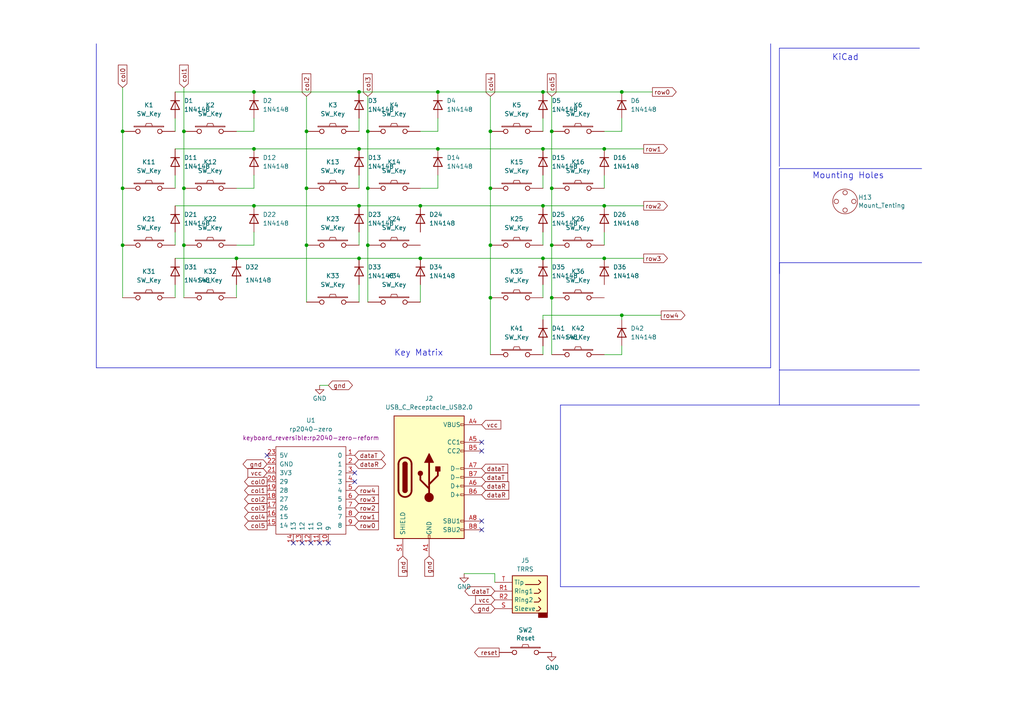
<source format=kicad_sch>
(kicad_sch (version 20230121) (generator eeschema)
  (paper "A4")
  (lib_symbols
    (symbol "Connector:USB_C_Receptacle_USB2.0" (pin_names (offset 1.016))
      (property "Reference" "J" (at -10.16 19.05 0))
      (property "Value" "USB_C_Receptacle_USB2.0" (at 19.05 19.05 0))
      (symbol "USB_C_Receptacle_USB2.0_0_0"
        (rectangle (start -0.254 -17.78) (end 0.254 -16.764))
        (rectangle (start 10.16 -14.986) (end 9.144 -15.494))
        (rectangle (start 10.16 -12.446) (end 9.144 -12.954))
        (rectangle (start 10.16 -4.826) (end 9.144 -5.334))
        (rectangle (start 10.16 -2.286) (end 9.144 -2.794))
        (rectangle (start 10.16 0.254) (end 9.144 -0.254))
        (rectangle (start 10.16 2.794) (end 9.144 2.286))
        (rectangle (start 10.16 7.874) (end 9.144 7.366))
        (rectangle (start 10.16 10.414) (end 9.144 9.906))
        (rectangle (start 10.16 15.494) (end 9.144 14.986))
      )
      (symbol "USB_C_Receptacle_USB2.0_0_1"
        (rectangle (start -10.16 17.78) (end 10.16 -17.78) (stroke (width 0.254)) (fill (type background)))
        (arc (start -8.89 -3.81) (mid -6.985 -5.7067) (end -5.08 -3.81) (stroke (width 0.508)))
        (arc (start -7.62 -3.81) (mid -6.985 -4.4423) (end -6.35 -3.81) (stroke (width 0.254)))
        (arc (start -7.62 -3.81) (mid -6.985 -4.4423) (end -6.35 -3.81) (stroke (width 0.254)) (fill (type outline)))
        (rectangle (start -7.62 -3.81) (end -6.35 3.81) (stroke (width 0.254)) (fill (type outline)))
        (arc (start -6.35 3.81) (mid -6.985 4.4423) (end -7.62 3.81) (stroke (width 0.254)))
        (arc (start -6.35 3.81) (mid -6.985 4.4423) (end -7.62 3.81) (stroke (width 0.254)) (fill (type outline)))
        (arc (start -5.08 3.81) (mid -6.985 5.7067) (end -8.89 3.81) (stroke (width 0.508)))
        (circle (center -2.54 1.143) (radius 0.635) (stroke (width 0.254)) (fill (type outline)))
        (circle (center 0 -5.842) (radius 1.27) (fill (type outline)))
        (polyline (pts (xy -8.89 -3.81) (xy -8.89 3.81)) (stroke (width 0.508)))
        (polyline (pts (xy -5.08 3.81) (xy -5.08 -3.81)) (stroke (width 0.508)))
        (polyline (pts (xy 0 -5.842) (xy 0 4.318)) (stroke (width 0.508)))
        (polyline (pts (xy 0 -3.302) (xy -2.54 -0.762) (xy -2.54 0.508)) (stroke (width 0.508)))
        (polyline (pts (xy 0 -2.032) (xy 2.54 0.508) (xy 2.54 1.778)) (stroke (width 0.508)))
        (polyline (pts (xy -1.27 4.318) (xy 0 6.858) (xy 1.27 4.318) (xy -1.27 4.318)) (stroke (width 0.254)) (fill (type outline)))
        (rectangle (start 1.905 1.778) (end 3.175 3.048) (stroke (width 0.254)) (fill (type outline)))
      )
      (symbol "USB_C_Receptacle_USB2.0_1_1"
        (pin passive line (at 0 -22.86 90) (length 5.08) (name "GND") (number "A1"))
        (pin passive line (at 0 -22.86 90) (length 5.08) hide (name "GND") (number "A12"))
        (pin passive line (at 15.24 15.24 180) (length 5.08) (name "VBUS") (number "A4"))
        (pin bidirectional line (at 15.24 10.16 180) (length 5.08) (name "CC1") (number "A5"))
        (pin bidirectional line (at 15.24 -2.54 180) (length 5.08) (name "D+") (number "A6"))
        (pin bidirectional line (at 15.24 2.54 180) (length 5.08) (name "D-") (number "A7"))
        (pin bidirectional line (at 15.24 -12.7 180) (length 5.08) (name "SBU1") (number "A8"))
        (pin passive line (at 15.24 15.24 180) (length 5.08) hide (name "VBUS") (number "A9"))
        (pin passive line (at 0 -22.86 90) (length 5.08) hide (name "GND") (number "B1"))
        (pin passive line (at 0 -22.86 90) (length 5.08) hide (name "GND") (number "B12"))
        (pin passive line (at 15.24 15.24 180) (length 5.08) hide (name "VBUS") (number "B4"))
        (pin bidirectional line (at 15.24 7.62 180) (length 5.08) (name "CC2") (number "B5"))
        (pin bidirectional line (at 15.24 -5.08 180) (length 5.08) (name "D+") (number "B6"))
        (pin bidirectional line (at 15.24 0 180) (length 5.08) (name "D-") (number "B7"))
        (pin bidirectional line (at 15.24 -15.24 180) (length 5.08) (name "SBU2") (number "B8"))
        (pin passive line (at 15.24 15.24 180) (length 5.08) hide (name "VBUS") (number "B9"))
        (pin passive line (at -7.62 -22.86 90) (length 5.08) (name "SHIELD") (number "S1"))
      )
    )
    (symbol "hillside:Mount_Tenting" (pin_names (offset 1.016)) (in_bom no)
      (property "Reference" "H" (at 3.81 1.905 0))
      (property "Value" "Mount_Tenting" (at 3.81 -1.905 0))
      (symbol "Mount_Tenting_0_1"
        (circle (center -2.54 0) (radius 0.635))
        (circle (center 0 -2.54) (radius 0.635))
        (circle (center 0 0) (radius 3.5814))
        (circle (center 0 2.54) (radius 0.635))
        (circle (center 2.54 0) (radius 0.635))
      )
    )
    (symbol "hillside:SW_Key" (pin_numbers hide) (pin_names (offset 1.016) hide)
      (property "Reference" "K" (at 0 -1.016 0))
      (property "Value" "SW_Key" (at 0 -3.302 0))
      (property "Footprint" "fingerpunch:gateron-ks27-choc-v1-reversible" (at 0 0 0))
      (symbol "SW_Key_0_1"
        (rectangle (start -4.318 1.27) (end 4.318 1.524))
        (polyline (pts (xy -1.016 1.524) (xy -0.762 2.286) (xy 0.762 2.286) (xy 1.016 1.524)))
        (pin passive inverted (at -7.62 0 0) (length 5.08) (name "1") (number "1"))
        (pin passive inverted (at 7.62 0 180) (length 5.08) (name "2") (number "2"))
      )
    )
    (symbol "hillside:SW_PUSH" (pin_numbers hide) (pin_names (offset 1.016) hide)
      (property "Reference" "SW" (at 3.81 2.794 0))
      (property "Value" "SW_PUSH" (at 0 -2.032 0))
      (symbol "SW_PUSH_0_1"
        (rectangle (start -4.318 1.27) (end 4.318 1.524))
        (polyline (pts (xy -1.016 1.524) (xy -0.762 2.286) (xy 0.762 2.286) (xy 1.016 1.524)))
        (pin passive inverted (at -7.62 0 0) (length 5.08) (name "1") (number "1"))
        (pin passive inverted (at 7.62 0 180) (length 5.08) (name "2") (number "2"))
      )
    )
    (symbol "hillside:TRRS"
      (property "Reference" "J" (at 7.62 5.715 0))
      (property "Value" "TRRS" (at 6.985 -7.62 0))
      (symbol "TRRS_0_1"
        (polyline (pts (xy 6.35 1.905) (xy 10.16 1.905) (xy 10.795 2.54) (xy 10.16 3.175)) (stroke (width 0.254)))
        (polyline (pts (xy 8.89 -0.635) (xy 10.16 -0.635) (xy 10.795 0) (xy 10.16 0.635)) (stroke (width 0.254)))
        (polyline (pts (xy 10.16 -4.445) (xy 10.795 -5.08) (xy 10.16 -5.715) (xy 9.525 -5.715)) (stroke (width 0.254)))
        (polyline (pts (xy 10.16 -1.905) (xy 10.795 -2.54) (xy 10.16 -3.175) (xy 8.89 -3.175)) (stroke (width 0.254)))
        (rectangle (start 12.7 -7.62) (end 10.16 -6.35) (stroke (width 0.254)) (fill (type outline)))
        (rectangle (start 12.7 -6.35) (end 2.54 4.445) (stroke (width 0.254)) (fill (type background)))
      )
      (symbol "TRRS_1_1"
        (pin passive line (at -2.54 0 0) (length 5.08) (name "Ring1") (number "R1"))
        (pin passive line (at -2.54 -2.54 0) (length 5.08) (name "Ring2") (number "R2"))
        (pin passive line (at -2.54 -5.08 0) (length 5.08) (name "Sleeve") (number "S"))
        (pin passive line (at -2.54 2.54 0) (length 5.08) (name "Tip") (number "T"))
      )
    )
    (symbol "keyboard:diode" (pin_numbers hide) (pin_names hide)
      (property "Reference" "D15" (at -1.27 2.54 90))
      (property "Value" "1N4148" (at 1.27 2.54 90))
      (symbol "diode_0_1"
        (polyline (pts (xy -1.27 1.27) (xy -1.27 -1.27)) (stroke (width 0.254)))
        (polyline (pts (xy 1.27 0) (xy -1.27 0)))
        (polyline (pts (xy 1.27 1.27) (xy 1.27 -1.27) (xy -1.27 0) (xy 1.27 1.27)) (stroke (width 0.254)))
      )
      (symbol "diode_1_1"
        (pin passive line (at -3.81 0 0) (length 2.54) (name "K") (number "1"))
        (pin passive line (at 3.81 0 180) (length 2.54) (name "A") (number "2"))
      )
    )
    (symbol "power:GND" (power) (pin_names (offset 0))
      (property "Value" "GND" (at 0 -3.81 0))
      (symbol "GND_0_1"
        (polyline (pts (xy 0 0) (xy 0 -1.27) (xy 1.27 -1.27) (xy 0 -2.54) (xy -1.27 -1.27) (xy 0 -1.27)))
      )
      (symbol "GND_1_1"
        (pin power_in line (at 0 0 270) (length 0) hide (name "GND") (number "1"))
      )
    )
    (symbol "split_keyboard:rp2040-supermini" (pin_names (offset 1.016))
      (property "Reference" "U1" (at 0 15.24 0))
      (property "Value" "rp2040-zero" (at 0 12.7 0))
      (property "Footprint" "keyboard_reversible:rp2040-supermini" (at -8.89 5.08 0))
      (symbol "rp2040-supermini_0_1"
        (rectangle (start -10.16 11.43) (end 10.16 -13.97))
      )
      (symbol "rp2040-supermini_1_1"
        (pin bidirectional line (at 12.7 8.89 180) (length 2.54) (name "0") (number "1"))
        (pin bidirectional line (at 5.08 -16.51 90) (length 2.54) (name "9") (number "10"))
        (pin bidirectional line (at 2.54 -16.51 90) (length 2.54) (name "10") (number "11"))
        (pin bidirectional line (at 0 -16.51 90) (length 2.54) (name "11") (number "12"))
        (pin bidirectional line (at -2.54 -16.51 90) (length 2.54) (name "12") (number "13"))
        (pin bidirectional line (at -5.08 -16.51 90) (length 2.54) (name "13") (number "14"))
        (pin bidirectional line (at -12.7 -11.43 0) (length 2.54) (name "14") (number "15"))
        (pin bidirectional line (at -12.7 -8.89 0) (length 2.54) (name "15") (number "16"))
        (pin bidirectional line (at -12.7 -6.35 0) (length 2.54) (name "26") (number "17"))
        (pin bidirectional line (at -12.7 -3.81 0) (length 2.54) (name "27") (number "18"))
        (pin bidirectional line (at -12.7 -1.27 0) (length 2.54) (name "28") (number "19"))
        (pin bidirectional line (at 12.7 6.35 180) (length 2.54) (name "1") (number "2"))
        (pin bidirectional line (at -12.7 1.27 0) (length 2.54) (name "29") (number "20"))
        (pin power_out line (at -12.7 3.81 0) (length 2.54) (name "3V3") (number "21"))
        (pin power_out line (at -12.7 6.35 0) (length 2.54) (name "GND") (number "22"))
        (pin power_out line (at -12.7 8.89 0) (length 2.54) (name "5V") (number "23"))
        (pin bidirectional line (at 12.7 3.81 180) (length 2.54) (name "2") (number "3"))
        (pin bidirectional line (at 12.7 1.27 180) (length 2.54) (name "3") (number "4"))
        (pin bidirectional line (at 12.7 -1.27 180) (length 2.54) (name "4") (number "5"))
        (pin bidirectional line (at 12.7 -3.81 180) (length 2.54) (name "5") (number "6"))
        (pin bidirectional line (at 12.7 -6.35 180) (length 2.54) (name "6") (number "7"))
        (pin bidirectional line (at 12.7 -8.89 180) (length 2.54) (name "7") (number "8"))
        (pin bidirectional line (at 12.7 -11.43 180) (length 2.54) (name "8") (number "9"))
      )
    )
  )
  (junction (at 157.48 59.69))
  (junction (at 104.14 26.67))
  (junction (at 180.34 26.67))
  (junction (at 142.24 38.1))
  (junction (at 104.14 74.93))
  (junction (at 106.68 38.1))
  (junction (at 88.9 54.61))
  (junction (at 127 43.18))
  (junction (at 88.9 71.12))
  (junction (at 121.92 59.69))
  (junction (at 175.26 59.69))
  (junction (at 106.68 71.12))
  (junction (at 160.02 54.61))
  (junction (at 175.26 74.93))
  (junction (at 127 26.67))
  (junction (at 157.48 74.93))
  (junction (at 142.24 54.61))
  (junction (at 35.56 54.61))
  (junction (at 53.34 71.12))
  (junction (at 157.48 26.67))
  (junction (at 160.02 38.1))
  (junction (at 157.48 43.18))
  (junction (at 53.34 54.61))
  (junction (at 160.02 71.12))
  (junction (at 175.26 43.18))
  (junction (at 142.24 86.36))
  (junction (at 106.68 54.61))
  (junction (at 73.66 26.67))
  (junction (at 160.02 86.36))
  (junction (at 35.56 71.12))
  (junction (at 180.34 91.44))
  (junction (at 142.24 71.12))
  (junction (at 121.92 74.93))
  (junction (at 53.34 38.1))
  (junction (at 104.14 59.69))
  (junction (at 73.66 43.18))
  (junction (at 104.14 43.18))
  (junction (at 88.9 38.1))
  (junction (at 73.66 59.69))
  (junction (at 68.58 74.93))
  (junction (at 35.56 38.1))
  (no_connect (at 139.7 151.13))
  (no_connect (at 102.87 139.7))
  (no_connect (at 139.7 153.67))
  (no_connect (at 90.17 157.48))
  (no_connect (at 102.87 137.16))
  (no_connect (at 95.25 157.48))
  (no_connect (at 77.47 132.08))
  (no_connect (at 139.7 130.81))
  (no_connect (at 85.09 157.48))
  (no_connect (at 139.7 128.27))
  (no_connect (at 87.63 157.48))
  (no_connect (at 92.71 157.48))
  (wire (pts (xy 50.8 59.69) (xy 73.66 59.69)))
  (polyline (pts (xy 267.335 76.2) (xy 226.06 76.2)))
  (wire (pts (xy 175.26 74.93) (xy 186.69 74.93)))
  (wire (pts (xy 53.34 54.61) (xy 53.34 71.12)))
  (wire (pts (xy 160.02 71.12) (xy 160.02 86.36)))
  (wire (pts (xy 175.26 59.69) (xy 186.69 59.69)))
  (wire (pts (xy 121.92 54.61) (xy 127 54.61)))
  (wire (pts (xy 160.02 54.61) (xy 160.02 71.12)))
  (polyline (pts (xy 226.06 13.97) (xy 226.06 48.26)))
  (wire (pts (xy 157.48 59.69) (xy 175.26 59.69)))
  (wire (pts (xy 127 43.18) (xy 157.48 43.18)))
  (wire (pts (xy 35.56 25.4) (xy 35.56 38.1)))
  (wire (pts (xy 127 26.67) (xy 157.48 26.67)))
  (wire (pts (xy 50.8 71.12) (xy 50.8 67.31)))
  (polyline (pts (xy 223.52 106.68) (xy 27.94 106.68)))
  (wire (pts (xy 106.68 38.1) (xy 106.68 54.61)))
  (wire (pts (xy 50.8 38.1) (xy 50.8 34.29)))
  (wire (pts (xy 92.71 111.76) (xy 95.25 111.76)))
  (wire (pts (xy 157.48 38.1) (xy 157.48 34.29)))
  (wire (pts (xy 142.24 54.61) (xy 142.24 71.12)))
  (wire (pts (xy 189.23 26.67) (xy 180.34 26.67)))
  (wire (pts (xy 104.14 38.1) (xy 104.14 34.29)))
  (wire (pts (xy 104.14 74.93) (xy 121.92 74.93)))
  (wire (pts (xy 157.48 71.12) (xy 157.48 67.31)))
  (polyline (pts (xy 226.06 48.895) (xy 226.06 79.375)))
  (wire (pts (xy 134.62 166.37) (xy 143.51 166.37)))
  (wire (pts (xy 50.8 26.67) (xy 73.66 26.67)))
  (wire (pts (xy 180.34 38.1) (xy 180.34 34.29)))
  (wire (pts (xy 73.66 26.67) (xy 104.14 26.67)))
  (polyline (pts (xy 162.56 170.18) (xy 266.7 170.18)))
  (polyline (pts (xy 162.56 117.475) (xy 162.56 170.18)))
  (polyline (pts (xy 266.7 13.97) (xy 226.06 13.97)))
  (wire (pts (xy 142.24 38.1) (xy 142.24 54.61)))
  (wire (pts (xy 127 38.1) (xy 121.92 38.1)))
  (wire (pts (xy 160.02 38.1) (xy 160.02 54.61)))
  (wire (pts (xy 50.8 43.18) (xy 73.66 43.18)))
  (polyline (pts (xy 267.335 48.895) (xy 226.06 48.895)))
  (wire (pts (xy 53.34 38.1) (xy 53.34 54.61)))
  (wire (pts (xy 157.48 26.67) (xy 180.34 26.67)))
  (wire (pts (xy 142.24 86.36) (xy 142.24 102.87)))
  (wire (pts (xy 35.56 54.61) (xy 35.56 71.12)))
  (wire (pts (xy 104.14 54.61) (xy 104.14 50.8)))
  (wire (pts (xy 121.92 59.69) (xy 157.48 59.69)))
  (wire (pts (xy 180.34 100.33) (xy 180.34 102.87)))
  (wire (pts (xy 104.14 67.31) (xy 104.14 71.12)))
  (wire (pts (xy 73.66 67.31) (xy 73.66 71.12)))
  (polyline (pts (xy 226.06 107.315) (xy 266.7 107.315)))
  (wire (pts (xy 88.9 27.94) (xy 88.9 38.1)))
  (wire (pts (xy 53.34 71.12) (xy 53.34 86.36)))
  (wire (pts (xy 104.14 26.67) (xy 127 26.67)))
  (wire (pts (xy 50.8 54.61) (xy 50.8 50.8)))
  (wire (pts (xy 121.92 74.93) (xy 157.48 74.93)))
  (wire (pts (xy 127 38.1) (xy 127 34.29)))
  (polyline (pts (xy 223.52 12.7) (xy 223.52 106.68)))
  (wire (pts (xy 175.26 50.8) (xy 175.26 54.61)))
  (wire (pts (xy 88.9 38.1) (xy 88.9 54.61)))
  (wire (pts (xy 157.48 86.36) (xy 157.48 82.55)))
  (wire (pts (xy 157.48 91.44) (xy 157.48 92.71)))
  (wire (pts (xy 35.56 38.1) (xy 35.56 54.61)))
  (wire (pts (xy 175.26 38.1) (xy 180.34 38.1)))
  (wire (pts (xy 88.9 71.12) (xy 88.9 87.63)))
  (wire (pts (xy 73.66 71.12) (xy 68.58 71.12)))
  (wire (pts (xy 35.56 71.12) (xy 35.56 86.36)))
  (wire (pts (xy 157.48 74.93) (xy 175.26 74.93)))
  (wire (pts (xy 50.8 82.55) (xy 50.8 86.36)))
  (wire (pts (xy 68.58 74.93) (xy 104.14 74.93)))
  (wire (pts (xy 73.66 59.69) (xy 104.14 59.69)))
  (polyline (pts (xy 162.56 117.475) (xy 266.7 117.475)))
  (wire (pts (xy 142.24 71.12) (xy 142.24 86.36)))
  (wire (pts (xy 175.26 67.31) (xy 175.26 71.12)))
  (wire (pts (xy 142.24 27.94) (xy 142.24 38.1)))
  (wire (pts (xy 157.48 91.44) (xy 180.34 91.44)))
  (wire (pts (xy 73.66 50.8) (xy 73.66 54.61)))
  (polyline (pts (xy 27.94 12.7) (xy 27.94 106.68)))
  (wire (pts (xy 73.66 43.18) (xy 104.14 43.18)))
  (wire (pts (xy 160.02 27.94) (xy 160.02 38.1)))
  (wire (pts (xy 157.48 102.87) (xy 157.48 100.33)))
  (wire (pts (xy 180.34 91.44) (xy 191.77 91.44)))
  (wire (pts (xy 160.02 86.36) (xy 160.02 102.87)))
  (polyline (pts (xy 226.06 107.315) (xy 226.06 117.475)))
  (wire (pts (xy 73.66 54.61) (xy 68.58 54.61)))
  (wire (pts (xy 180.34 102.87) (xy 175.26 102.87)))
  (wire (pts (xy 127 54.61) (xy 127 50.8)))
  (wire (pts (xy 143.51 166.37) (xy 143.51 168.91)))
  (wire (pts (xy 180.34 91.44) (xy 180.34 92.71)))
  (wire (pts (xy 53.34 25.4) (xy 53.34 38.1)))
  (wire (pts (xy 121.92 82.55) (xy 121.92 87.63)))
  (wire (pts (xy 88.9 54.61) (xy 88.9 71.12)))
  (wire (pts (xy 106.68 27.94) (xy 106.68 38.1)))
  (wire (pts (xy 50.8 74.93) (xy 68.58 74.93)))
  (wire (pts (xy 104.14 43.18) (xy 127 43.18)))
  (wire (pts (xy 175.26 43.18) (xy 186.69 43.18)))
  (wire (pts (xy 73.66 34.29) (xy 73.66 38.1)))
  (polyline (pts (xy 226.06 76.2) (xy 226.06 107.315)))
  (wire (pts (xy 68.58 82.55) (xy 68.58 86.36)))
  (wire (pts (xy 106.68 71.12) (xy 106.68 87.63)))
  (wire (pts (xy 104.14 82.55) (xy 104.14 87.63)))
  (wire (pts (xy 104.14 59.69) (xy 121.92 59.69)))
  (wire (pts (xy 157.48 54.61) (xy 157.48 50.8)))
  (wire (pts (xy 73.66 38.1) (xy 68.58 38.1)))
  (wire (pts (xy 106.68 54.61) (xy 106.68 71.12)))
  (wire (pts (xy 157.48 43.18) (xy 175.26 43.18)))
  (text "Key Matrix" (at 114.3 103.505 0) (effects (font (size 1.778 1.778)) (justify left bottom)))
  (text "KiCad" (at 241.3 17.78 0) (effects (font (size 1.778 1.778)) (justify left bottom)))
  (text "Mounting Holes" (at 235.585 52.07 0) (effects (font (size 1.78 1.78)) (justify left bottom)))
  (global_label "col4" (shape output) (at 77.47 149.86 180) (property "Intersheetrefs" "${INTERSHEET_REFS}" (effects hide)))
  (global_label "row3" (shape input) (at 102.87 144.78 0) (property "Intersheetrefs" "${INTERSHEET_REFS}" (effects hide)))
  (global_label "dataT" (shape input) (at 139.7 135.89 0) (property "Intersheetrefs" "${INTERSHEET_REFS}" (effects hide)))
  (global_label "col0" (shape output) (at 77.47 139.7 180) (property "Intersheetrefs" "${INTERSHEET_REFS}" (effects hide)))
  (global_label "vcc" (shape input) (at 143.51 173.99 180) (property "Intersheetrefs" "${INTERSHEET_REFS}" (effects hide)))
  (global_label "reset" (shape output) (at 144.78 189.23 180) (property "Intersheetrefs" "${INTERSHEET_REFS}" (effects hide)))
  (global_label "col5" (shape output) (at 77.47 152.4 180) (property "Intersheetrefs" "${INTERSHEET_REFS}" (effects hide)))
  (global_label "gnd" (shape bidirectional) (at 95.25 111.76 0) (property "Intersheetrefs" "${INTERSHEET_REFS}" (effects hide)))
  (global_label "row2" (shape output) (at 186.69 59.69 0) (property "Intersheetrefs" "${INTERSHEET_REFS}" (effects hide)))
  (global_label "dataT" (shape bidirectional) (at 102.87 132.08 0) (property "Intersheetrefs" "${INTERSHEET_REFS}" (effects hide)))
  (global_label "col3" (shape input) (at 106.68 27.94 90) (property "Intersheetrefs" "${INTERSHEET_REFS}" (effects hide)))
  (global_label "col4" (shape input) (at 142.24 27.94 90) (property "Intersheetrefs" "${INTERSHEET_REFS}" (effects hide)))
  (global_label "col5" (shape input) (at 160.02 27.94 90) (property "Intersheetrefs" "${INTERSHEET_REFS}" (effects hide)))
  (global_label "row0" (shape output) (at 189.23 26.67 0) (property "Intersheetrefs" "${INTERSHEET_REFS}" (effects hide)))
  (global_label "gnd" (shape input) (at 124.46 161.29 270) (property "Intersheetrefs" "${INTERSHEET_REFS}" (effects hide)))
  (global_label "col3" (shape output) (at 77.47 147.32 180) (property "Intersheetrefs" "${INTERSHEET_REFS}" (effects hide)))
  (global_label "vcc" (shape input) (at 77.47 137.16 180) (property "Intersheetrefs" "${INTERSHEET_REFS}" (effects hide)))
  (global_label "row3" (shape output) (at 186.69 74.93 0) (property "Intersheetrefs" "${INTERSHEET_REFS}" (effects hide)))
  (global_label "row4" (shape output) (at 191.77 91.44 0) (property "Intersheetrefs" "${INTERSHEET_REFS}" (effects hide)))
  (global_label "col1" (shape input) (at 53.34 25.4 90) (property "Intersheetrefs" "${INTERSHEET_REFS}" (effects hide)))
  (global_label "gnd" (shape input) (at 116.84 161.29 270) (property "Intersheetrefs" "${INTERSHEET_REFS}" (effects hide)))
  (global_label "dataT" (shape input) (at 139.7 138.43 0) (property "Intersheetrefs" "${INTERSHEET_REFS}" (effects hide)))
  (global_label "col2" (shape output) (at 77.47 144.78 180) (property "Intersheetrefs" "${INTERSHEET_REFS}" (effects hide)))
  (global_label "dataR" (shape input) (at 139.7 143.51 0) (property "Intersheetrefs" "${INTERSHEET_REFS}" (effects hide)))
  (global_label "gnd" (shape bidirectional) (at 77.47 134.62 180) (property "Intersheetrefs" "${INTERSHEET_REFS}" (effects hide)))
  (global_label "dataR" (shape input) (at 139.7 140.97 0) (property "Intersheetrefs" "${INTERSHEET_REFS}" (effects hide)))
  (global_label "row4" (shape input) (at 102.87 142.24 0) (property "Intersheetrefs" "${INTERSHEET_REFS}" (effects hide)))
  (global_label "row2" (shape input) (at 102.87 147.32 0) (property "Intersheetrefs" "${INTERSHEET_REFS}" (effects hide)))
  (global_label "gnd" (shape bidirectional) (at 143.51 176.53 180) (property "Intersheetrefs" "${INTERSHEET_REFS}" (effects hide)))
  (global_label "vcc" (shape input) (at 139.7 123.19 0) (property "Intersheetrefs" "${INTERSHEET_REFS}" (effects hide)))
  (global_label "row1" (shape output) (at 186.69 43.18 0) (property "Intersheetrefs" "${INTERSHEET_REFS}" (effects hide)))
  (global_label "row0" (shape input) (at 102.87 152.4 0) (property "Intersheetrefs" "${INTERSHEET_REFS}" (effects hide)))
  (global_label "dataR" (shape bidirectional) (at 102.87 134.62 0) (property "Intersheetrefs" "${INTERSHEET_REFS}" (effects hide)))
  (global_label "col1" (shape output) (at 77.47 142.24 180) (property "Intersheetrefs" "${INTERSHEET_REFS}" (effects hide)))
  (global_label "col2" (shape input) (at 88.9 27.94 90) (property "Intersheetrefs" "${INTERSHEET_REFS}" (effects hide)))
  (global_label "col0" (shape input) (at 35.56 25.4 90) (property "Intersheetrefs" "${INTERSHEET_REFS}" (effects hide)))
  (global_label "row1" (shape input) (at 102.87 149.86 0) (property "Intersheetrefs" "${INTERSHEET_REFS}" (effects hide)))
  (global_label "dataT" (shape bidirectional) (at 143.51 171.45 180) (property "Intersheetrefs" "${INTERSHEET_REFS}" (effects hide)))
  (symbol (lib_id "hillside:SW_Key") (at 60.96 71.12 0) (unit 1)
    (property "Reference" "K22" (at 60.96 63.5 0))
    (property "Value" "SW_Key" (at 60.96 66.04 0))
    (property "Footprint" "fingerpunch:gateron-ks27-choc-v1-reversible" (effects hide))
    (property "Config" "Core" (effects hide))
  )
  (symbol (lib_id "hillside:TRRS") (at 146.05 171.45 0) (unit 1)
    (property "Reference" "J5" (at 151.13 162.56 0) (effects (justify left)))
    (property "Value" "TRRS" (at 149.86 165.1 0) (effects (justify left)))
    (property "Footprint" "hillside:MJ-4PP-9" (effects hide))
    (property "Config" "Wired" (effects hide))
  )
  (symbol (lib_id "keyboard:diode") (at 50.8 46.99 270) (unit 1)
    (property "Reference" "D11" (at 53.34 45.72 90) (effects (justify left)))
    (property "Value" "1N4148" (at 53.34 48.26 90) (effects (justify left)))
    (property "Footprint" "Keebio-Parts:Diode-dual" (effects hide))
    (property "Datasheet" "https://assets.nexperia.com/documents/data-sheet/1N4148_1N4448.pdf" (effects hide))
    (property "Sim.Pins" "1=K 2=A" (effects hide))
    (property "Sim.Device" "D" (effects hide))
  )
  (symbol (lib_id "keyboard:diode") (at 68.58 78.74 270) (unit 1)
    (property "Reference" "D32" (at 71.12 77.47 90) (effects (justify left)))
    (property "Value" "1N4148" (at 71.12 81.28 90) (effects (justify left)))
    (property "Footprint" "Keebio-Parts:Diode-dual" (effects hide))
    (property "Datasheet" "https://assets.nexperia.com/documents/data-sheet/1N4148_1N4448.pdf" (effects hide))
    (property "Sim.Pins" "1=K 2=A" (effects hide))
    (property "Sim.Device" "D" (effects hide))
  )
  (symbol (lib_id "hillside:SW_Key") (at 167.64 54.61 0) (unit 1)
    (property "Reference" "K16" (at 167.64 46.99 0))
    (property "Value" "SW_Key" (at 167.64 49.53 0))
    (property "Footprint" "fingerpunch:gateron-ks27-choc-v1-reversible" (effects hide))
    (property "Config" "Core" (effects hide))
  )
  (symbol (lib_id "keyboard:diode") (at 50.8 78.74 270) (unit 1)
    (property "Reference" "D31" (at 53.34 77.47 90) (effects (justify left)))
    (property "Value" "1N4148" (at 53.34 81.28 90) (effects (justify left)))
    (property "Footprint" "Keebio-Parts:Diode-dual" (effects hide))
    (property "Datasheet" "https://assets.nexperia.com/documents/data-sheet/1N4148_1N4448.pdf" (effects hide))
    (property "Sim.Pins" "1=K 2=A" (effects hide))
    (property "Sim.Device" "D" (effects hide))
  )
  (symbol (lib_id "hillside:SW_Key") (at 167.64 38.1 0) (unit 1)
    (property "Reference" "K6" (at 167.64 30.48 0))
    (property "Value" "SW_Key" (at 167.64 33.02 0))
    (property "Footprint" "fingerpunch:gateron-ks27-choc-v1-reversible" (effects hide))
    (property "Config" "Core" (effects hide))
  )
  (symbol (lib_id "keyboard:diode") (at 157.48 63.5 270) (unit 1)
    (property "Reference" "D25" (at 160.02 62.23 90) (effects (justify left)))
    (property "Value" "1N4148" (at 160.02 64.77 90) (effects (justify left)))
    (property "Footprint" "Keebio-Parts:Diode-dual" (effects hide))
    (property "Datasheet" "https://assets.nexperia.com/documents/data-sheet/1N4148_1N4448.pdf" (effects hide))
    (property "Sim.Pins" "1=K 2=A" (effects hide))
    (property "Sim.Device" "D" (effects hide))
  )
  (symbol (lib_id "hillside:SW_Key") (at 149.86 102.87 0) (unit 1)
    (property "Reference" "K41" (at 149.86 95.25 0))
    (property "Value" "SW_Key" (at 149.86 97.79 0))
    (property "Footprint" "fingerpunch:gateron-ks27-choc-v1-reversible" (effects hide))
    (property "Config" "Core" (effects hide))
  )
  (symbol (lib_id "hillside:SW_Key") (at 60.96 38.1 0) (unit 1)
    (property "Reference" "K2" (at 60.96 30.48 0))
    (property "Value" "SW_Key" (at 60.96 33.02 0))
    (property "Footprint" "fingerpunch:gateron-ks27-choc-v1-reversible" (effects hide))
    (property "Config" "Core" (effects hide))
  )
  (symbol (lib_id "hillside:SW_Key") (at 43.18 71.12 0) (unit 1)
    (property "Reference" "K21" (at 43.18 63.5 0))
    (property "Value" "SW_Key" (at 43.18 66.04 0))
    (property "Footprint" "fingerpunch:gateron-ks27-choc-v1-reversible" (effects hide))
    (property "Config" "Core" (effects hide))
  )
  (symbol (lib_id "hillside:SW_Key") (at 43.18 86.36 0) (unit 1)
    (property "Reference" "K31" (at 43.18 78.74 0))
    (property "Value" "SW_Key" (at 43.18 81.28 0))
    (property "Footprint" "fingerpunch:gateron-ks27-choc-v1-reversible" (effects hide))
    (property "Config" "Core" (effects hide))
  )
  (symbol (lib_id "hillside:SW_Key") (at 114.3 71.12 0) (unit 1)
    (property "Reference" "K24" (at 114.3 63.5 0))
    (property "Value" "SW_Key" (at 114.3 66.04 0))
    (property "Footprint" "fingerpunch:gateron-ks27-choc-v1-reversible" (effects hide))
    (property "Config" "Core" (effects hide))
  )
  (symbol (lib_id "hillside:SW_Key") (at 96.52 54.61 0) (unit 1)
    (property "Reference" "K13" (at 96.52 46.99 0))
    (property "Value" "SW_Key" (at 96.52 49.53 0))
    (property "Footprint" "fingerpunch:gateron-ks27-choc-v1-reversible" (effects hide))
    (property "Config" "Core" (effects hide))
  )
  (symbol (lib_id "Connector:USB_C_Receptacle_USB2.0") (at 124.46 138.43 0) (unit 1)
    (property "Reference" "J2" (at 124.46 115.57 0))
    (property "Value" "USB_C_Receptacle_USB2.0" (at 124.46 118.11 0))
    (property "Footprint" "keyboard_reversible:USB_C_16p" (effects hide))
    (property "Datasheet" "https://www.usb.org/sites/default/files/documents/usb_type-c.zip" (effects hide))
  )
  (symbol (lib_id "hillside:Mount_Tenting") (at 245.11 58.42 0) (unit 1)
    (property "Reference" "H13" (at 248.92 56.515 0) (effects (justify left top)))
    (property "Value" "Mount_Tenting" (at 248.92 60.325 0) (effects (justify left bottom)))
    (property "Footprint" "hillside:Tenting_Puck" (effects hide))
    (property "Config" "do not fit" (effects hide))
  )
  (symbol (lib_id "hillside:SW_Key") (at 167.64 86.36 0) (unit 1)
    (property "Reference" "K36" (at 167.64 78.74 0))
    (property "Value" "SW_Key" (at 167.64 81.28 0))
    (property "Footprint" "fingerpunch:gateron-ks27-choc-v1-reversible" (effects hide))
    (property "Config" "Core" (effects hide))
  )
  (symbol (lib_id "keyboard:diode") (at 175.26 78.74 270) (unit 1)
    (property "Reference" "D36" (at 177.8 77.47 90) (effects (justify left)))
    (property "Value" "1N4148" (at 177.8 80.01 90) (effects (justify left)))
    (property "Footprint" "Keebio-Parts:Diode-dual" (effects hide))
    (property "Datasheet" "https://assets.nexperia.com/documents/data-sheet/1N4148_1N4448.pdf" (effects hide))
    (property "Sim.Pins" "1=K 2=A" (effects hide))
    (property "Sim.Device" "D" (effects hide))
  )
  (symbol (lib_id "keyboard:diode") (at 121.92 63.5 270) (unit 1)
    (property "Reference" "D24" (at 124.46 62.23 90) (effects (justify left)))
    (property "Value" "1N4148" (at 124.46 64.77 90) (effects (justify left)))
    (property "Footprint" "Keebio-Parts:Diode-dual" (effects hide))
    (property "Datasheet" "https://assets.nexperia.com/documents/data-sheet/1N4148_1N4448.pdf" (effects hide))
    (property "Sim.Pins" "1=K 2=A" (effects hide))
    (property "Sim.Device" "D" (effects hide))
  )
  (symbol (lib_id "keyboard:diode") (at 104.14 78.74 270) (unit 1)
    (property "Reference" "D33" (at 106.68 77.47 90) (effects (justify left)))
    (property "Value" "1N4148" (at 106.68 80.01 90) (effects (justify left)))
    (property "Footprint" "Keebio-Parts:Diode-dual" (effects hide))
    (property "Datasheet" "https://assets.nexperia.com/documents/data-sheet/1N4148_1N4448.pdf" (effects hide))
    (property "Sim.Pins" "1=K 2=A" (effects hide))
    (property "Sim.Device" "D" (effects hide))
  )
  (symbol (lib_id "keyboard:diode") (at 175.26 63.5 270) (unit 1)
    (property "Reference" "D26" (at 177.8 62.23 90) (effects (justify left)))
    (property "Value" "1N4148" (at 177.8 64.77 90) (effects (justify left)))
    (property "Footprint" "Keebio-Parts:Diode-dual" (effects hide))
    (property "Datasheet" "https://assets.nexperia.com/documents/data-sheet/1N4148_1N4448.pdf" (effects hide))
    (property "Sim.Pins" "1=K 2=A" (effects hide))
    (property "Sim.Device" "D" (effects hide))
  )
  (symbol (lib_id "keyboard:diode") (at 121.92 78.74 270) (unit 1)
    (property "Reference" "D34" (at 124.46 77.47 90) (effects (justify left)))
    (property "Value" "1N4148" (at 124.46 80.01 90) (effects (justify left)))
    (property "Footprint" "Keebio-Parts:Diode-dual" (effects hide))
    (property "Datasheet" "https://assets.nexperia.com/documents/data-sheet/1N4148_1N4448.pdf" (effects hide))
    (property "Sim.Pins" "1=K 2=A" (effects hide))
    (property "Sim.Device" "D" (effects hide))
  )
  (symbol (lib_id "keyboard:diode") (at 73.66 30.48 270) (unit 1)
    (property "Reference" "D2" (at 76.2 29.21 90) (effects (justify left)))
    (property "Value" "1N4148" (at 76.2 31.75 90) (effects (justify left)))
    (property "Footprint" "Keebio-Parts:Diode-dual" (effects hide))
    (property "Datasheet" "https://assets.nexperia.com/documents/data-sheet/1N4148_1N4448.pdf" (effects hide))
    (property "Sim.Pins" "1=K 2=A" (effects hide))
    (property "Sim.Device" "D" (effects hide))
  )
  (symbol (lib_id "split_keyboard:rp2040-supermini") (at 90.17 140.97 0) (unit 1)
    (property "Reference" "U1" (at 90.17 121.92 0))
    (property "Value" "rp2040-zero" (at 90.17 124.46 0))
    (property "Footprint" "keyboard_reversible:rp2040-zero-reform" (at 90.17 127 0))
  )
  (symbol (lib_id "hillside:SW_Key") (at 114.3 54.61 0) (unit 1)
    (property "Reference" "K14" (at 114.3 46.99 0))
    (property "Value" "SW_Key" (at 114.3 49.53 0))
    (property "Footprint" "fingerpunch:gateron-ks27-choc-v1-reversible" (effects hide))
    (property "Config" "Core" (effects hide))
  )
  (symbol (lib_id "hillside:SW_Key") (at 114.3 38.1 0) (unit 1)
    (property "Reference" "K4" (at 114.3 30.48 0))
    (property "Value" "SW_Key" (at 114.3 33.02 0))
    (property "Footprint" "fingerpunch:gateron-ks27-choc-v1-reversible" (effects hide))
    (property "Config" "Core" (effects hide))
  )
  (symbol (lib_id "power:GND") (at 92.71 111.76 0) (unit 1)
    (property "Reference" "#PWR09" (effects hide))
    (property "Value" "GND" (at 92.71 115.57 0))
  )
  (symbol (lib_id "hillside:SW_Key") (at 43.18 54.61 0) (unit 1)
    (property "Reference" "K11" (at 43.18 46.99 0))
    (property "Value" "SW_Key" (at 43.18 49.53 0))
    (property "Footprint" "fingerpunch:gateron-ks27-choc-v1-reversible" (effects hide))
    (property "Config" "Core" (effects hide))
  )
  (symbol (lib_id "hillside:SW_Key") (at 43.18 38.1 0) (unit 1)
    (property "Reference" "K1" (at 43.18 30.48 0))
    (property "Value" "SW_Key" (at 43.18 33.02 0))
    (property "Footprint" "fingerpunch:gateron-ks27-choc-v1-reversible" (effects hide))
    (property "Config" "Core" (effects hide))
  )
  (symbol (lib_id "hillside:SW_Key") (at 96.52 38.1 0) (unit 1)
    (property "Reference" "K3" (at 96.52 30.48 0))
    (property "Value" "SW_Key" (at 96.52 33.02 0))
    (property "Footprint" "fingerpunch:gateron-ks27-choc-v1-reversible" (effects hide))
    (property "Config" "Core" (effects hide))
  )
  (symbol (lib_id "hillside:SW_Key") (at 167.64 71.12 0) (unit 1)
    (property "Reference" "K26" (at 167.64 63.5 0))
    (property "Value" "SW_Key" (at 167.64 66.04 0))
    (property "Footprint" "fingerpunch:gateron-ks27-choc-v1-reversible" (effects hide))
    (property "Config" "Core" (effects hide))
  )
  (symbol (lib_id "hillside:SW_Key") (at 149.86 71.12 0) (unit 1)
    (property "Reference" "K25" (at 149.86 63.5 0))
    (property "Value" "SW_Key" (at 149.86 66.04 0))
    (property "Footprint" "fingerpunch:gateron-ks27-choc-v1-reversible" (effects hide))
    (property "Config" "Core" (effects hide))
  )
  (symbol (lib_id "keyboard:diode") (at 73.66 46.99 270) (unit 1)
    (property "Reference" "D12" (at 76.2 45.72 90) (effects (justify left)))
    (property "Value" "1N4148" (at 76.2 48.26 90) (effects (justify left)))
    (property "Footprint" "Keebio-Parts:Diode-dual" (effects hide))
    (property "Datasheet" "https://assets.nexperia.com/documents/data-sheet/1N4148_1N4448.pdf" (effects hide))
    (property "Sim.Pins" "1=K 2=A" (effects hide))
    (property "Sim.Device" "D" (effects hide))
  )
  (symbol (lib_id "hillside:SW_Key") (at 149.86 38.1 0) (unit 1)
    (property "Reference" "K5" (at 149.86 30.48 0))
    (property "Value" "SW_Key" (at 149.86 33.02 0))
    (property "Footprint" "fingerpunch:gateron-ks27-choc-v1-reversible" (effects hide))
    (property "Config" "Core" (effects hide))
  )
  (symbol (lib_id "hillside:SW_Key") (at 149.86 54.61 0) (unit 1)
    (property "Reference" "K15" (at 149.86 46.99 0))
    (property "Value" "SW_Key" (at 149.86 49.53 0))
    (property "Footprint" "fingerpunch:gateron-ks27-choc-v1-reversible" (effects hide))
    (property "Config" "Core" (effects hide))
  )
  (symbol (lib_id "keyboard:diode") (at 104.14 46.99 270) (unit 1)
    (property "Reference" "D13" (at 106.68 45.72 90) (effects (justify left)))
    (property "Value" "1N4148" (at 106.68 48.26 90) (effects (justify left)))
    (property "Footprint" "Keebio-Parts:Diode-dual" (effects hide))
    (property "Datasheet" "https://assets.nexperia.com/documents/data-sheet/1N4148_1N4448.pdf" (effects hide))
    (property "Sim.Pins" "1=K 2=A" (effects hide))
    (property "Sim.Device" "D" (effects hide))
  )
  (symbol (lib_id "hillside:SW_Key") (at 60.96 86.36 0) (unit 1)
    (property "Reference" "K32" (at 60.96 78.74 0))
    (property "Value" "SW_Key" (at 60.96 81.28 0))
    (property "Footprint" "fingerpunch:gateron-ks27-choc-v1-reversible" (effects hide))
    (property "Config" "Core" (effects hide))
  )
  (symbol (lib_id "keyboard:diode") (at 50.8 63.5 270) (unit 1)
    (property "Reference" "D21" (at 53.34 62.23 90) (effects (justify left)))
    (property "Value" "1N4148" (at 53.34 64.77 90) (effects (justify left)))
    (property "Footprint" "Keebio-Parts:Diode-dual" (effects hide))
    (property "Datasheet" "https://assets.nexperia.com/documents/data-sheet/1N4148_1N4448.pdf" (effects hide))
    (property "Sim.Pins" "1=K 2=A" (effects hide))
    (property "Sim.Device" "D" (effects hide))
  )
  (symbol (lib_id "hillside:SW_Key") (at 96.52 87.63 0) (unit 1)
    (property "Reference" "K33" (at 96.52 80.01 0))
    (property "Value" "SW_Key" (at 96.52 82.55 0))
    (property "Footprint" "fingerpunch:gateron-ks27-choc-v1-reversible" (effects hide))
    (property "Config" "Core" (effects hide))
  )
  (symbol (lib_id "keyboard:diode") (at 157.48 78.74 270) (unit 1)
    (property "Reference" "D35" (at 160.02 77.47 90) (effects (justify left)))
    (property "Value" "1N4148" (at 160.02 80.01 90) (effects (justify left)))
    (property "Footprint" "Keebio-Parts:Diode-dual" (effects hide))
    (property "Datasheet" "https://assets.nexperia.com/documents/data-sheet/1N4148_1N4448.pdf" (effects hide))
    (property "Sim.Pins" "1=K 2=A" (effects hide))
    (property "Sim.Device" "D" (effects hide))
  )
  (symbol (lib_id "keyboard:diode") (at 127 30.48 270) (unit 1)
    (property "Reference" "D4" (at 129.54 29.21 90) (effects (justify left)))
    (property "Value" "1N4148" (at 129.54 31.75 90) (effects (justify left)))
    (property "Footprint" "Keebio-Parts:Diode-dual" (effects hide))
    (property "Datasheet" "https://assets.nexperia.com/documents/data-sheet/1N4148_1N4448.pdf" (effects hide))
    (property "Sim.Pins" "1=K 2=A" (effects hide))
    (property "Sim.Device" "D" (effects hide))
  )
  (symbol (lib_id "keyboard:diode") (at 73.66 63.5 270) (unit 1)
    (property "Reference" "D22" (at 76.2 62.23 90) (effects (justify left)))
    (property "Value" "1N4148" (at 76.2 64.77 90) (effects (justify left)))
    (property "Footprint" "Keebio-Parts:Diode-dual" (effects hide))
    (property "Datasheet" "https://assets.nexperia.com/documents/data-sheet/1N4148_1N4448.pdf" (effects hide))
    (property "Sim.Pins" "1=K 2=A" (effects hide))
    (property "Sim.Device" "D" (effects hide))
  )
  (symbol (lib_id "power:GND") (at 160.02 189.23 0) (unit 1)
    (property "Reference" "#PWR08" (effects hide))
    (property "Value" "GND" (at 160.147 193.6242 0))
  )
  (symbol (lib_id "keyboard:diode") (at 157.48 30.48 270) (unit 1)
    (property "Reference" "D5" (at 160.02 29.21 90) (effects (justify left)))
    (property "Value" "1N4148" (at 160.02 31.75 90) (effects (justify left)))
    (property "Footprint" "Keebio-Parts:Diode-dual" (effects hide))
    (property "Datasheet" "https://assets.nexperia.com/documents/data-sheet/1N4148_1N4448.pdf" (effects hide))
    (property "Sim.Pins" "1=K 2=A" (effects hide))
    (property "Sim.Device" "D" (effects hide))
  )
  (symbol (lib_id "keyboard:diode") (at 50.8 30.48 270) (unit 1)
    (property "Reference" "D1" (at 53.34 29.21 90) (effects (justify left)))
    (property "Value" "1N4148" (at 53.34 31.75 90) (effects (justify left)))
    (property "Footprint" "Keebio-Parts:Diode-dual" (effects hide))
    (property "Datasheet" "https://assets.nexperia.com/documents/data-sheet/1N4148_1N4448.pdf" (effects hide))
    (property "Sim.Pins" "1=K 2=A" (effects hide))
    (property "Sim.Device" "D" (effects hide))
  )
  (symbol (lib_id "keyboard:diode") (at 127 46.99 270) (unit 1)
    (property "Reference" "D14" (at 129.54 45.72 90) (effects (justify left)))
    (property "Value" "1N4148" (at 129.54 48.26 90) (effects (justify left)))
    (property "Footprint" "Keebio-Parts:Diode-dual" (effects hide))
    (property "Datasheet" "https://assets.nexperia.com/documents/data-sheet/1N4148_1N4448.pdf" (effects hide))
    (property "Sim.Pins" "1=K 2=A" (effects hide))
    (property "Sim.Device" "D" (effects hide))
  )
  (symbol (lib_id "hillside:SW_PUSH") (at 152.4 189.23 0) (unit 1)
    (property "Reference" "SW2" (at 152.4 182.753 0))
    (property "Value" "Reset" (at 152.4 185.0644 0))
    (property "Footprint" "hillside_basic:SW_SPST_SKQG_WithStem" (effects hide))
    (property "JLC Type" "Basic" (effects hide))
    (property "LCSC" "C318884" (effects hide))
    (property "Price" ".02 @5+" (effects hide))
    (property "Config" "Advised" (effects hide))
  )
  (symbol (lib_id "keyboard:diode") (at 175.26 46.99 270) (unit 1)
    (property "Reference" "D16" (at 177.8 45.72 90) (effects (justify left)))
    (property "Value" "1N4148" (at 177.8 48.26 90) (effects (justify left)))
    (property "Footprint" "Keebio-Parts:Diode-dual" (effects hide))
    (property "Datasheet" "https://assets.nexperia.com/documents/data-sheet/1N4148_1N4448.pdf" (effects hide))
    (property "Sim.Pins" "1=K 2=A" (effects hide))
    (property "Sim.Device" "D" (effects hide))
  )
  (symbol (lib_id "hillside:SW_Key") (at 167.64 102.87 0) (unit 1)
    (property "Reference" "K42" (at 167.64 95.25 0))
    (property "Value" "SW_Key" (at 167.64 97.79 0))
    (property "Footprint" "fingerpunch:gateron-ks27-choc-v1-reversible" (effects hide))
    (property "Config" "Core" (effects hide))
  )
  (symbol (lib_id "keyboard:diode") (at 180.34 96.52 270) (unit 1)
    (property "Reference" "D42" (at 182.88 95.25 90) (effects (justify left)))
    (property "Value" "1N4148" (at 182.88 97.79 90) (effects (justify left)))
    (property "Footprint" "Keebio-Parts:Diode-dual" (effects hide))
    (property "Datasheet" "https://assets.nexperia.com/documents/data-sheet/1N4148_1N4448.pdf" (effects hide))
    (property "Sim.Pins" "1=K 2=A" (effects hide))
    (property "Sim.Device" "D" (effects hide))
  )
  (symbol (lib_id "hillside:SW_Key") (at 60.96 54.61 0) (unit 1)
    (property "Reference" "K12" (at 60.96 46.99 0))
    (property "Value" "SW_Key" (at 60.96 49.53 0))
    (property "Footprint" "fingerpunch:gateron-ks27-choc-v1-reversible" (effects hide))
    (property "Config" "Core" (effects hide))
  )
  (symbol (lib_id "power:GND") (at 134.62 166.37 0) (unit 1)
    (property "Reference" "#PWR06" (effects hide))
    (property "Value" "GND" (at 134.62 170.18 0))
  )
  (symbol (lib_id "keyboard:diode") (at 104.14 63.5 270) (unit 1)
    (property "Reference" "D23" (at 106.68 62.23 90) (effects (justify left)))
    (property "Value" "1N4148" (at 106.68 64.77 90) (effects (justify left)))
    (property "Footprint" "Keebio-Parts:Diode-dual" (effects hide))
    (property "Datasheet" "https://assets.nexperia.com/documents/data-sheet/1N4148_1N4448.pdf" (effects hide))
    (property "Sim.Pins" "1=K 2=A" (effects hide))
    (property "Sim.Device" "D" (effects hide))
  )
  (symbol (lib_id "keyboard:diode") (at 180.34 30.48 270) (unit 1)
    (property "Reference" "D6" (at 182.88 29.21 90) (effects (justify left)))
    (property "Value" "1N4148" (at 182.88 31.75 90) (effects (justify left)))
    (property "Footprint" "Keebio-Parts:Diode-dual" (effects hide))
    (property "Datasheet" "https://assets.nexperia.com/documents/data-sheet/1N4148_1N4448.pdf" (effects hide))
    (property "Sim.Pins" "1=K 2=A" (effects hide))
    (property "Sim.Device" "D" (effects hide))
  )
  (symbol (lib_id "keyboard:diode") (at 157.48 96.52 270) (unit 1)
    (property "Reference" "D41" (at 160.02 95.25 90) (effects (justify left)))
    (property "Value" "1N4148" (at 160.02 97.79 90) (effects (justify left)))
    (property "Footprint" "Keebio-Parts:Diode-dual" (effects hide))
    (property "Datasheet" "https://assets.nexperia.com/documents/data-sheet/1N4148_1N4448.pdf" (effects hide))
    (property "Sim.Pins" "1=K 2=A" (effects hide))
    (property "Sim.Device" "D" (effects hide))
  )
  (symbol (lib_id "hillside:SW_Key") (at 96.52 71.12 0) (unit 1)
    (property "Reference" "K23" (at 96.52 63.5 0))
    (property "Value" "SW_Key" (at 96.52 66.04 0))
    (property "Footprint" "fingerpunch:gateron-ks27-choc-v1-reversible" (effects hide))
    (property "Config" "Core" (effects hide))
  )
  (symbol (lib_id "keyboard:diode") (at 104.14 30.48 270) (unit 1)
    (property "Reference" "D3" (at 106.68 29.21 90) (effects (justify left)))
    (property "Value" "1N4148" (at 106.68 31.75 90) (effects (justify left)))
    (property "Footprint" "Keebio-Parts:Diode-dual" (effects hide))
    (property "Datasheet" "https://assets.nexperia.com/documents/data-sheet/1N4148_1N4448.pdf" (effects hide))
    (property "Sim.Pins" "1=K 2=A" (effects hide))
    (property "Sim.Device" "D" (effects hide))
  )
  (symbol (lib_id "keyboard:diode") (at 157.48 46.99 270) (unit 1)
    (property "Reference" "D15" (at 160.02 45.72 90) (effects (justify left)))
    (property "Value" "1N4148" (at 160.02 48.26 90) (effects (justify left)))
    (property "Footprint" "Keebio-Parts:Diode-dual" (effects hide))
    (property "Datasheet" "https://assets.nexperia.com/documents/data-sheet/1N4148_1N4448.pdf" (effects hide))
    (property "Sim.Pins" "1=K 2=A" (effects hide))
    (property "Sim.Device" "D" (effects hide))
  )
  (symbol (lib_id "hillside:SW_Key") (at 114.3 87.63 0) (unit 1)
    (property "Reference" "K34" (at 114.3 80.01 0))
    (property "Value" "SW_Key" (at 114.3 82.55 0))
    (property "Footprint" "fingerpunch:gateron-ks27-choc-v1-reversible" (effects hide))
    (property "Config" "Core" (effects hide))
  )
  (symbol (lib_id "hillside:SW_Key") (at 149.86 86.36 0) (unit 1)
    (property "Reference" "K35" (at 149.86 78.74 0))
    (property "Value" "SW_Key" (at 149.86 81.28 0))
    (property "Footprint" "fingerpunch:gateron-ks27-choc-v1-reversible" (effects hide))
    (property "Config" "Core" (effects hide))
  )
)
</source>
